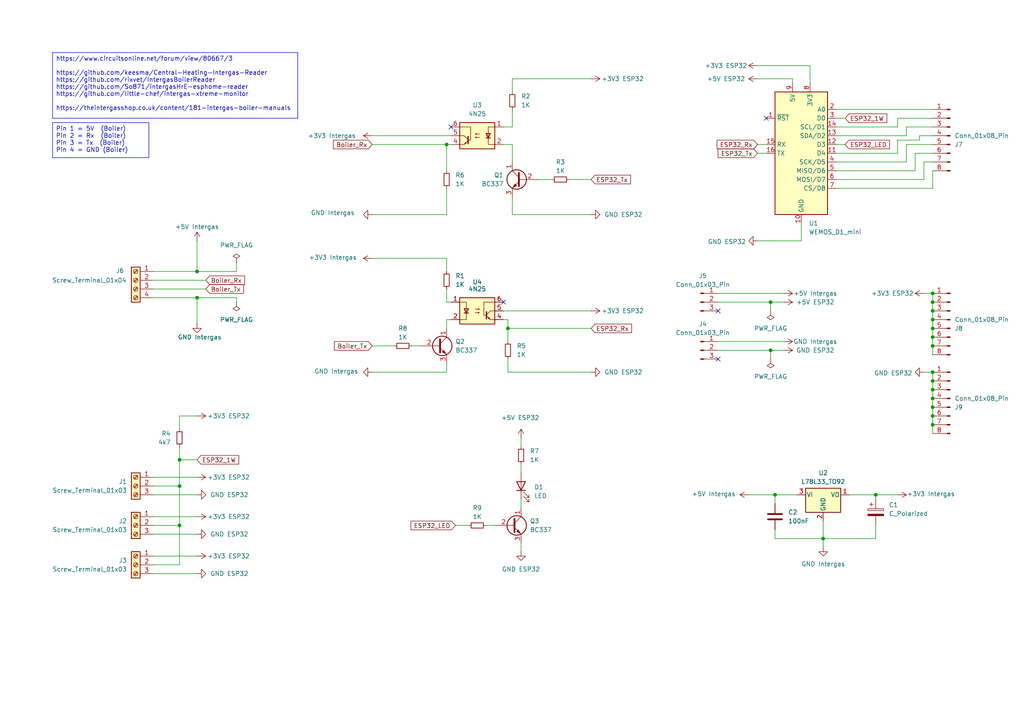
<source format=kicad_sch>
(kicad_sch (version 20231120) (generator "eeschema") (generator_version "8.0")
  (paper "A4")
  (lib_symbols
    (symbol "Connector:Conn_01x03_Pin" (pin_names (offset 1.016) hide)
      (property "Reference" "J" (at 0 5.08 0))
      (property "Value" "Conn_01x03_Pin" (at 0 -5.08 0))
      (symbol "Conn_01x03_Pin_1_1"
        (polyline (pts (xy 1.27 -2.54) (xy 0.8636 -2.54)) (stroke (width 0.1524)))
        (polyline (pts (xy 1.27 0) (xy 0.8636 0)) (stroke (width 0.1524)))
        (polyline (pts (xy 1.27 2.54) (xy 0.8636 2.54)) (stroke (width 0.1524)))
        (rectangle (start 0.8636 -2.413) (end 0 -2.667) (stroke (width 0.1524)) (fill (type outline)))
        (rectangle (start 0.8636 0.127) (end 0 -0.127) (stroke (width 0.1524)) (fill (type outline)))
        (rectangle (start 0.8636 2.667) (end 0 2.413) (stroke (width 0.1524)) (fill (type outline)))
        (pin passive line (at 5.08 2.54 180) (length 3.81) (name "Pin_1") (number "1"))
        (pin passive line (at 5.08 0 180) (length 3.81) (name "Pin_2") (number "2"))
        (pin passive line (at 5.08 -2.54 180) (length 3.81) (name "Pin_3") (number "3"))
      )
    )
    (symbol "Connector:Conn_01x08_Pin" (pin_names (offset 1.016) hide)
      (property "Reference" "J" (at 0 10.16 0))
      (property "Value" "Conn_01x08_Pin" (at 0 -12.7 0))
      (symbol "Conn_01x08_Pin_1_1"
        (polyline (pts (xy 1.27 -10.16) (xy 0.8636 -10.16)) (stroke (width 0.1524)))
        (polyline (pts (xy 1.27 -7.62) (xy 0.8636 -7.62)) (stroke (width 0.1524)))
        (polyline (pts (xy 1.27 -5.08) (xy 0.8636 -5.08)) (stroke (width 0.1524)))
        (polyline (pts (xy 1.27 -2.54) (xy 0.8636 -2.54)) (stroke (width 0.1524)))
        (polyline (pts (xy 1.27 0) (xy 0.8636 0)) (stroke (width 0.1524)))
        (polyline (pts (xy 1.27 2.54) (xy 0.8636 2.54)) (stroke (width 0.1524)))
        (polyline (pts (xy 1.27 5.08) (xy 0.8636 5.08)) (stroke (width 0.1524)))
        (polyline (pts (xy 1.27 7.62) (xy 0.8636 7.62)) (stroke (width 0.1524)))
        (rectangle (start 0.8636 -10.033) (end 0 -10.287) (stroke (width 0.1524)) (fill (type outline)))
        (rectangle (start 0.8636 -7.493) (end 0 -7.747) (stroke (width 0.1524)) (fill (type outline)))
        (rectangle (start 0.8636 -4.953) (end 0 -5.207) (stroke (width 0.1524)) (fill (type outline)))
        (rectangle (start 0.8636 -2.413) (end 0 -2.667) (stroke (width 0.1524)) (fill (type outline)))
        (rectangle (start 0.8636 0.127) (end 0 -0.127) (stroke (width 0.1524)) (fill (type outline)))
        (rectangle (start 0.8636 2.667) (end 0 2.413) (stroke (width 0.1524)) (fill (type outline)))
        (rectangle (start 0.8636 5.207) (end 0 4.953) (stroke (width 0.1524)) (fill (type outline)))
        (rectangle (start 0.8636 7.747) (end 0 7.493) (stroke (width 0.1524)) (fill (type outline)))
        (pin passive line (at 5.08 7.62 180) (length 3.81) (name "Pin_1") (number "1"))
        (pin passive line (at 5.08 5.08 180) (length 3.81) (name "Pin_2") (number "2"))
        (pin passive line (at 5.08 2.54 180) (length 3.81) (name "Pin_3") (number "3"))
        (pin passive line (at 5.08 0 180) (length 3.81) (name "Pin_4") (number "4"))
        (pin passive line (at 5.08 -2.54 180) (length 3.81) (name "Pin_5") (number "5"))
        (pin passive line (at 5.08 -5.08 180) (length 3.81) (name "Pin_6") (number "6"))
        (pin passive line (at 5.08 -7.62 180) (length 3.81) (name "Pin_7") (number "7"))
        (pin passive line (at 5.08 -10.16 180) (length 3.81) (name "Pin_8") (number "8"))
      )
    )
    (symbol "Connector:Screw_Terminal_01x03" (pin_names (offset 1.016) hide)
      (property "Reference" "J" (at 0 5.08 0))
      (property "Value" "Screw_Terminal_01x03" (at 0 -5.08 0))
      (symbol "Screw_Terminal_01x03_1_1"
        (rectangle (start -1.27 3.81) (end 1.27 -3.81) (stroke (width 0.254)) (fill (type background)))
        (circle (center 0 -2.54) (radius 0.635) (stroke (width 0.1524)))
        (polyline (pts (xy -0.5334 -2.2098) (xy 0.3302 -3.048)) (stroke (width 0.1524)))
        (polyline (pts (xy -0.5334 0.3302) (xy 0.3302 -0.508)) (stroke (width 0.1524)))
        (polyline (pts (xy -0.5334 2.8702) (xy 0.3302 2.032)) (stroke (width 0.1524)))
        (polyline (pts (xy -0.3556 -2.032) (xy 0.508 -2.8702)) (stroke (width 0.1524)))
        (polyline (pts (xy -0.3556 0.508) (xy 0.508 -0.3302)) (stroke (width 0.1524)))
        (polyline (pts (xy -0.3556 3.048) (xy 0.508 2.2098)) (stroke (width 0.1524)))
        (circle (center 0 0) (radius 0.635) (stroke (width 0.1524)))
        (circle (center 0 2.54) (radius 0.635) (stroke (width 0.1524)))
        (pin passive line (at -5.08 2.54 0) (length 3.81) (name "Pin_1") (number "1"))
        (pin passive line (at -5.08 0 0) (length 3.81) (name "Pin_2") (number "2"))
        (pin passive line (at -5.08 -2.54 0) (length 3.81) (name "Pin_3") (number "3"))
      )
    )
    (symbol "Connector:Screw_Terminal_01x04" (pin_names (offset 1.016) hide)
      (property "Reference" "J" (at 0 5.08 0))
      (property "Value" "Screw_Terminal_01x04" (at 0 -7.62 0))
      (symbol "Screw_Terminal_01x04_1_1"
        (rectangle (start -1.27 3.81) (end 1.27 -6.35) (stroke (width 0.254)) (fill (type background)))
        (circle (center 0 -5.08) (radius 0.635) (stroke (width 0.1524)))
        (circle (center 0 -2.54) (radius 0.635) (stroke (width 0.1524)))
        (polyline (pts (xy -0.5334 -4.7498) (xy 0.3302 -5.588)) (stroke (width 0.1524)))
        (polyline (pts (xy -0.5334 -2.2098) (xy 0.3302 -3.048)) (stroke (width 0.1524)))
        (polyline (pts (xy -0.5334 0.3302) (xy 0.3302 -0.508)) (stroke (width 0.1524)))
        (polyline (pts (xy -0.5334 2.8702) (xy 0.3302 2.032)) (stroke (width 0.1524)))
        (polyline (pts (xy -0.3556 -4.572) (xy 0.508 -5.4102)) (stroke (width 0.1524)))
        (polyline (pts (xy -0.3556 -2.032) (xy 0.508 -2.8702)) (stroke (width 0.1524)))
        (polyline (pts (xy -0.3556 0.508) (xy 0.508 -0.3302)) (stroke (width 0.1524)))
        (polyline (pts (xy -0.3556 3.048) (xy 0.508 2.2098)) (stroke (width 0.1524)))
        (circle (center 0 0) (radius 0.635) (stroke (width 0.1524)))
        (circle (center 0 2.54) (radius 0.635) (stroke (width 0.1524)))
        (pin passive line (at -5.08 2.54 0) (length 3.81) (name "Pin_1") (number "1"))
        (pin passive line (at -5.08 0 0) (length 3.81) (name "Pin_2") (number "2"))
        (pin passive line (at -5.08 -2.54 0) (length 3.81) (name "Pin_3") (number "3"))
        (pin passive line (at -5.08 -5.08 0) (length 3.81) (name "Pin_4") (number "4"))
      )
    )
    (symbol "Device:C" (pin_numbers hide) (pin_names (offset 0.254))
      (property "Reference" "C" (at 0.635 2.54 0))
      (property "Value" "C" (at 0.635 -2.54 0))
      (symbol "C_0_1"
        (polyline (pts (xy -2.032 -0.762) (xy 2.032 -0.762)) (stroke (width 0.508)))
        (polyline (pts (xy -2.032 0.762) (xy 2.032 0.762)) (stroke (width 0.508)))
      )
      (symbol "C_1_1"
        (pin passive line (at 0 3.81 270) (length 2.794) (name "~") (number "1"))
        (pin passive line (at 0 -3.81 90) (length 2.794) (name "~") (number "2"))
      )
    )
    (symbol "Device:C_Polarized" (pin_numbers hide) (pin_names (offset 0.254))
      (property "Reference" "C" (at 0.635 2.54 0))
      (property "Value" "C_Polarized" (at 0.635 -2.54 0))
      (symbol "C_Polarized_0_1"
        (rectangle (start -2.286 0.508) (end 2.286 1.016))
        (polyline (pts (xy -1.778 2.286) (xy -0.762 2.286)))
        (polyline (pts (xy -1.27 2.794) (xy -1.27 1.778)))
        (rectangle (start 2.286 -0.508) (end -2.286 -1.016) (fill (type outline)))
      )
      (symbol "C_Polarized_1_1"
        (pin passive line (at 0 3.81 270) (length 2.794) (name "~") (number "1"))
        (pin passive line (at 0 -3.81 90) (length 2.794) (name "~") (number "2"))
      )
    )
    (symbol "Device:LED" (pin_numbers hide) (pin_names (offset 1.016) hide)
      (property "Reference" "D" (at 0 2.54 0))
      (property "Value" "LED" (at 0 -2.54 0))
      (symbol "LED_0_1"
        (polyline (pts (xy -1.27 -1.27) (xy -1.27 1.27)) (stroke (width 0.254)))
        (polyline (pts (xy -1.27 0) (xy 1.27 0)))
        (polyline (pts (xy 1.27 -1.27) (xy 1.27 1.27) (xy -1.27 0) (xy 1.27 -1.27)) (stroke (width 0.254)))
        (polyline (pts (xy -3.048 -0.762) (xy -4.572 -2.286) (xy -3.81 -2.286) (xy -4.572 -2.286) (xy -4.572 -1.524)))
        (polyline (pts (xy -1.778 -0.762) (xy -3.302 -2.286) (xy -2.54 -2.286) (xy -3.302 -2.286) (xy -3.302 -1.524)))
      )
      (symbol "LED_1_1"
        (pin passive line (at -3.81 0 0) (length 2.54) (name "K") (number "1"))
        (pin passive line (at 3.81 0 180) (length 2.54) (name "A") (number "2"))
      )
    )
    (symbol "Device:R_Small" (pin_numbers hide) (pin_names (offset 0.254) hide)
      (property "Reference" "R" (at 0.762 0.508 0))
      (property "Value" "R_Small" (at 0.762 -1.016 0))
      (symbol "R_Small_0_1"
        (rectangle (start -0.762 1.778) (end 0.762 -1.778) (stroke (width 0.2032)))
      )
      (symbol "R_Small_1_1"
        (pin passive line (at 0 2.54 270) (length 0.762) (name "~") (number "1"))
        (pin passive line (at 0 -2.54 90) (length 0.762) (name "~") (number "2"))
      )
    )
    (symbol "Isolator:4N25" (pin_names (offset 1.016))
      (property "Reference" "U" (at -5.08 5.08 0))
      (property "Value" "4N25" (at 0 5.08 0))
      (symbol "4N25_0_1"
        (rectangle (start -5.08 3.81) (end 5.08 -3.81) (stroke (width 0.254)) (fill (type background)))
        (polyline (pts (xy -3.81 -0.635) (xy -2.54 -0.635)) (stroke (width 0.254)))
        (polyline (pts (xy 2.667 -1.397) (xy 3.81 -2.54)))
        (polyline (pts (xy 2.667 -1.143) (xy 3.81 0)))
        (polyline (pts (xy 3.81 -2.54) (xy 5.08 -2.54)))
        (polyline (pts (xy 3.81 0) (xy 5.08 0)))
        (polyline (pts (xy 2.667 -0.254) (xy 2.667 -2.286) (xy 2.667 -2.286)) (stroke (width 0.3556)))
        (polyline (pts (xy -5.08 -2.54) (xy -3.175 -2.54) (xy -3.175 2.54) (xy -5.08 2.54)))
        (polyline (pts (xy -3.175 -0.635) (xy -3.81 0.635) (xy -2.54 0.635) (xy -3.175 -0.635)) (stroke (width 0.254)))
        (polyline (pts (xy 3.683 -2.413) (xy 3.429 -1.905) (xy 3.175 -2.159) (xy 3.683 -2.413)))
        (polyline (pts (xy 5.08 2.54) (xy 1.905 2.54) (xy 1.905 -1.27) (xy 2.54 -1.27)))
        (polyline (pts (xy -0.635 -0.508) (xy 0.635 -0.508) (xy 0.254 -0.635) (xy 0.254 -0.381) (xy 0.635 -0.508)))
        (polyline (pts (xy -0.635 0.508) (xy 0.635 0.508) (xy 0.254 0.381) (xy 0.254 0.635) (xy 0.635 0.508)))
      )
      (symbol "4N25_1_1"
        (pin passive line (at -7.62 2.54 0) (length 2.54) (name "~") (number "1"))
        (pin passive line (at -7.62 -2.54 0) (length 2.54) (name "~") (number "2"))
        (pin no_connect line (at -5.08 0 0) (length 2.54) hide (name "NC") (number "3"))
        (pin passive line (at 7.62 -2.54 180) (length 2.54) (name "~") (number "4"))
        (pin passive line (at 7.62 0 180) (length 2.54) (name "~") (number "5"))
        (pin passive line (at 7.62 2.54 180) (length 2.54) (name "~") (number "6"))
      )
    )
    (symbol "RF_Module:WEMOS_D1_mini"
      (property "Reference" "U" (at 3.81 19.05 0))
      (property "Value" "WEMOS_D1_mini" (at 1.27 -19.05 0))
      (symbol "WEMOS_D1_mini_1_1"
        (rectangle (start -7.62 17.78) (end 7.62 -17.78) (stroke (width 0.254)) (fill (type background)))
        (pin input line (at -10.16 10.16 0) (length 2.54) (name "~{RST}") (number "1"))
        (pin power_in line (at 0 -20.32 90) (length 2.54) (name "GND") (number "10"))
        (pin bidirectional line (at 10.16 0 180) (length 2.54) (name "D4") (number "11"))
        (pin bidirectional line (at 10.16 2.54 180) (length 2.54) (name "D3") (number "12"))
        (pin bidirectional line (at 10.16 5.08 180) (length 2.54) (name "SDA/D2") (number "13"))
        (pin bidirectional line (at 10.16 7.62 180) (length 2.54) (name "SCL/D1") (number "14"))
        (pin input line (at -10.16 2.54 0) (length 2.54) (name "RX") (number "15"))
        (pin output line (at -10.16 0 0) (length 2.54) (name "TX") (number "16"))
        (pin input line (at 10.16 12.7 180) (length 2.54) (name "A0") (number "2"))
        (pin bidirectional line (at 10.16 10.16 180) (length 2.54) (name "D0") (number "3"))
        (pin bidirectional line (at 10.16 -2.54 180) (length 2.54) (name "SCK/D5") (number "4"))
        (pin bidirectional line (at 10.16 -5.08 180) (length 2.54) (name "MISO/D6") (number "5"))
        (pin bidirectional line (at 10.16 -7.62 180) (length 2.54) (name "MOSI/D7") (number "6"))
        (pin bidirectional line (at 10.16 -10.16 180) (length 2.54) (name "CS/D8") (number "7"))
        (pin power_out line (at 2.54 20.32 270) (length 2.54) (name "3V3") (number "8"))
        (pin power_in line (at -2.54 20.32 270) (length 2.54) (name "5V") (number "9"))
      )
    )
    (symbol "Regulator_Linear:L78L33_TO92" (pin_names (offset 0.254))
      (property "Reference" "U" (at -3.81 3.175 0))
      (property "Value" "L78L33_TO92" (at 0 3.175 0))
      (symbol "L78L33_TO92_0_1"
        (rectangle (start -5.08 -5.08) (end 5.08 1.905) (stroke (width 0.254)) (fill (type background)))
      )
      (symbol "L78L33_TO92_1_1"
        (pin power_out line (at 7.62 0 180) (length 2.54) (name "VO") (number "1"))
        (pin power_in line (at 0 -7.62 90) (length 2.54) (name "GND") (number "2"))
        (pin power_in line (at -7.62 0 0) (length 2.54) (name "VI") (number "3"))
      )
    )
    (symbol "Transistor_BJT:BC337" (pin_names (offset 0) hide)
      (property "Reference" "Q" (at 5.08 1.905 0))
      (property "Value" "BC337" (at 5.08 0 0))
      (symbol "BC337_0_1"
        (polyline (pts (xy 0 0) (xy 0.635 0)))
        (polyline (pts (xy 0.635 0.635) (xy 2.54 2.54)))
        (polyline (pts (xy 0.635 -0.635) (xy 2.54 -2.54) (xy 2.54 -2.54)))
        (polyline (pts (xy 0.635 1.905) (xy 0.635 -1.905) (xy 0.635 -1.905)) (stroke (width 0.508)))
        (polyline (pts (xy 1.27 -1.778) (xy 1.778 -1.27) (xy 2.286 -2.286) (xy 1.27 -1.778) (xy 1.27 -1.778)) (fill (type outline)))
        (circle (center 1.27 0) (radius 2.8194) (stroke (width 0.254)))
      )
      (symbol "BC337_1_1"
        (pin passive line (at 2.54 5.08 270) (length 2.54) (name "C") (number "1"))
        (pin input line (at -5.08 0 0) (length 5.08) (name "B") (number "2"))
        (pin passive line (at 2.54 -5.08 90) (length 2.54) (name "E") (number "3"))
      )
    )
    (symbol "power:+5V" (power) (pin_numbers hide) (pin_names (offset 0) hide)
      (property "Value" "+5V" (at 0 3.556 0))
      (symbol "+5V_0_1"
        (polyline (pts (xy -0.762 1.27) (xy 0 2.54)))
        (polyline (pts (xy 0 0) (xy 0 2.54)))
        (polyline (pts (xy 0 2.54) (xy 0.762 1.27)))
      )
      (symbol "+5V_1_1"
        (pin power_in line (at 0 0 90) (length 0) (name "~") (number "1"))
      )
    )
    (symbol "power:GND1" (power) (pin_numbers hide) (pin_names (offset 0) hide)
      (property "Value" "GND1" (at 0 -3.81 0))
      (symbol "GND1_0_1"
        (polyline (pts (xy 0 0) (xy 0 -1.27) (xy 1.27 -1.27) (xy 0 -2.54) (xy -1.27 -1.27) (xy 0 -1.27)))
      )
      (symbol "GND1_1_1"
        (pin power_in line (at 0 0 270) (length 0) (name "~") (number "1"))
      )
    )
    (symbol "power:PWR_FLAG" (power) (pin_numbers hide) (pin_names (offset 0) hide)
      (property "Value" "PWR_FLAG" (at 0 3.81 0))
      (symbol "PWR_FLAG_0_0"
        (pin power_out line (at 0 0 90) (length 0) (name "~") (number "1"))
      )
      (symbol "PWR_FLAG_0_1"
        (polyline (pts (xy 0 0) (xy 0 1.27) (xy -1.016 1.905) (xy 0 2.54) (xy 1.016 1.905) (xy 0 1.27)))
      )
    )
  )
  (junction (at 223.52 87.63))
  (junction (at 270.51 107.95))
  (junction (at 57.15 78.74))
  (junction (at 129.54 41.91))
  (junction (at 254 143.51))
  (junction (at 270.51 123.19))
  (junction (at 223.52 101.6))
  (junction (at 270.51 120.65))
  (junction (at 270.51 90.17))
  (junction (at 270.51 87.63))
  (junction (at 52.07 140.97))
  (junction (at 270.51 113.03))
  (junction (at 52.07 133.35))
  (junction (at 238.76 156.21))
  (junction (at 57.15 86.36))
  (junction (at 270.51 115.57))
  (junction (at 147.32 95.25))
  (junction (at 52.07 152.4))
  (junction (at 270.51 95.25))
  (junction (at 270.51 100.33))
  (junction (at 270.51 92.71))
  (junction (at 270.51 110.49))
  (junction (at 224.79 143.51))
  (junction (at 270.51 97.79))
  (junction (at 270.51 118.11))
  (junction (at 270.51 85.09))
  (no_connect (at 222.25 34.29))
  (no_connect (at 208.28 90.17))
  (no_connect (at 146.05 87.63))
  (no_connect (at 130.81 36.83))
  (no_connect (at 208.28 104.14))
  (wire (pts (xy 270.51 118.11) (xy 270.51 120.65)))
  (wire (pts (xy 57.15 161.29) (xy 44.45 161.29)))
  (wire (pts (xy 208.28 101.6) (xy 223.52 101.6)))
  (wire (pts (xy 148.59 36.83) (xy 146.05 36.83)))
  (wire (pts (xy 146.05 90.17) (xy 171.45 90.17)))
  (wire (pts (xy 57.15 93.98) (xy 57.15 86.36)))
  (wire (pts (xy 147.32 95.25) (xy 171.45 95.25)))
  (wire (pts (xy 129.54 41.91) (xy 129.54 49.53)))
  (wire (pts (xy 224.79 153.67) (xy 224.79 156.21)))
  (wire (pts (xy 238.76 151.13) (xy 238.76 156.21)))
  (wire (pts (xy 107.95 39.37) (xy 130.81 39.37)))
  (wire (pts (xy 270.51 107.95) (xy 270.51 110.49)))
  (wire (pts (xy 208.28 87.63) (xy 223.52 87.63)))
  (wire (pts (xy 270.51 87.63) (xy 270.51 85.09)))
  (wire (pts (xy 270.51 100.33) (xy 270.51 97.79)))
  (wire (pts (xy 254 143.51) (xy 260.35 143.51)))
  (wire (pts (xy 129.54 92.71) (xy 129.54 95.25)))
  (wire (pts (xy 242.57 41.91) (xy 245.11 41.91)))
  (wire (pts (xy 238.76 156.21) (xy 238.76 158.75)))
  (wire (pts (xy 254 156.21) (xy 238.76 156.21)))
  (wire (pts (xy 262.89 46.99) (xy 262.89 41.91)))
  (wire (pts (xy 242.57 54.61) (xy 270.51 54.61)))
  (wire (pts (xy 229.87 22.86) (xy 229.87 24.13)))
  (wire (pts (xy 148.59 22.86) (xy 148.59 26.67)))
  (wire (pts (xy 57.15 143.51) (xy 44.45 143.51)))
  (wire (pts (xy 57.15 133.35) (xy 52.07 133.35)))
  (wire (pts (xy 219.71 22.86) (xy 229.87 22.86)))
  (wire (pts (xy 208.28 85.09) (xy 227.33 85.09)))
  (wire (pts (xy 148.59 41.91) (xy 148.59 46.99)))
  (wire (pts (xy 234.95 19.05) (xy 234.95 24.13)))
  (wire (pts (xy 57.15 166.37) (xy 44.45 166.37)))
  (wire (pts (xy 270.51 123.19) (xy 270.51 125.73)))
  (wire (pts (xy 68.58 86.36) (xy 68.58 87.63)))
  (wire (pts (xy 270.51 113.03) (xy 270.51 115.57)))
  (wire (pts (xy 129.54 74.93) (xy 129.54 78.74)))
  (wire (pts (xy 270.51 102.87) (xy 270.51 100.33)))
  (wire (pts (xy 171.45 62.23) (xy 148.59 62.23)))
  (wire (pts (xy 52.07 140.97) (xy 44.45 140.97)))
  (wire (pts (xy 234.95 19.05) (xy 219.71 19.05)))
  (wire (pts (xy 242.57 52.07) (xy 267.97 52.07)))
  (wire (pts (xy 57.15 120.65) (xy 52.07 120.65)))
  (wire (pts (xy 270.51 85.09) (xy 271.78 85.09)))
  (wire (pts (xy 171.45 22.86) (xy 148.59 22.86)))
  (wire (pts (xy 265.43 44.45) (xy 270.51 44.45)))
  (wire (pts (xy 242.57 39.37) (xy 262.89 39.37)))
  (wire (pts (xy 223.52 87.63) (xy 227.33 87.63)))
  (wire (pts (xy 266.7 39.37) (xy 270.51 39.37)))
  (wire (pts (xy 129.54 54.61) (xy 129.54 62.23)))
  (wire (pts (xy 242.57 46.99) (xy 262.89 46.99)))
  (wire (pts (xy 254 144.78) (xy 254 143.51)))
  (wire (pts (xy 130.81 41.91) (xy 129.54 41.91)))
  (wire (pts (xy 44.45 86.36) (xy 57.15 86.36)))
  (wire (pts (xy 224.79 143.51) (xy 231.14 143.51)))
  (wire (pts (xy 270.51 54.61) (xy 270.51 49.53)))
  (wire (pts (xy 270.51 97.79) (xy 270.51 95.25)))
  (wire (pts (xy 242.57 49.53) (xy 265.43 49.53)))
  (wire (pts (xy 147.32 107.95) (xy 171.45 107.95)))
  (wire (pts (xy 270.51 90.17) (xy 270.51 87.63)))
  (wire (pts (xy 270.51 120.65) (xy 270.51 123.19)))
  (wire (pts (xy 129.54 83.82) (xy 129.54 87.63)))
  (wire (pts (xy 208.28 99.06) (xy 227.33 99.06)))
  (wire (pts (xy 223.52 101.6) (xy 223.52 104.14)))
  (wire (pts (xy 132.08 152.4) (xy 135.89 152.4)))
  (wire (pts (xy 242.57 44.45) (xy 260.35 44.45)))
  (wire (pts (xy 57.15 86.36) (xy 68.58 86.36)))
  (wire (pts (xy 52.07 129.54) (xy 52.07 133.35)))
  (wire (pts (xy 165.1 52.07) (xy 171.45 52.07)))
  (wire (pts (xy 224.79 143.51) (xy 224.79 146.05)))
  (wire (pts (xy 147.32 95.25) (xy 147.32 99.06)))
  (wire (pts (xy 223.52 101.6) (xy 227.33 101.6)))
  (wire (pts (xy 68.58 76.2) (xy 68.58 78.74)))
  (wire (pts (xy 147.32 92.71) (xy 147.32 95.25)))
  (wire (pts (xy 129.54 105.41) (xy 129.54 107.95)))
  (wire (pts (xy 265.43 49.53) (xy 265.43 44.45)))
  (wire (pts (xy 130.81 92.71) (xy 129.54 92.71)))
  (wire (pts (xy 57.15 154.94) (xy 44.45 154.94)))
  (wire (pts (xy 224.79 156.21) (xy 238.76 156.21)))
  (wire (pts (xy 57.15 138.43) (xy 44.45 138.43)))
  (wire (pts (xy 119.38 100.33) (xy 121.92 100.33)))
  (wire (pts (xy 107.95 41.91) (xy 129.54 41.91)))
  (wire (pts (xy 260.35 34.29) (xy 260.35 36.83)))
  (wire (pts (xy 262.89 41.91) (xy 270.51 41.91)))
  (wire (pts (xy 217.17 143.51) (xy 224.79 143.51)))
  (wire (pts (xy 223.52 87.63) (xy 223.52 90.17)))
  (wire (pts (xy 242.57 34.29) (xy 245.11 34.29)))
  (wire (pts (xy 267.97 107.95) (xy 270.51 107.95)))
  (wire (pts (xy 254 152.4) (xy 254 156.21)))
  (wire (pts (xy 270.51 110.49) (xy 270.51 113.03)))
  (wire (pts (xy 270.51 115.57) (xy 270.51 118.11)))
  (wire (pts (xy 44.45 83.82) (xy 59.69 83.82)))
  (wire (pts (xy 151.13 157.48) (xy 151.13 160.02)))
  (wire (pts (xy 148.59 62.23) (xy 148.59 57.15)))
  (wire (pts (xy 242.57 31.75) (xy 270.51 31.75)))
  (wire (pts (xy 147.32 92.71) (xy 146.05 92.71)))
  (wire (pts (xy 52.07 140.97) (xy 52.07 152.4)))
  (wire (pts (xy 52.07 120.65) (xy 52.07 124.46)))
  (wire (pts (xy 57.15 149.86) (xy 44.45 149.86)))
  (wire (pts (xy 151.13 144.78) (xy 151.13 147.32)))
  (wire (pts (xy 52.07 163.83) (xy 44.45 163.83)))
  (wire (pts (xy 129.54 87.63) (xy 130.81 87.63)))
  (wire (pts (xy 57.15 78.74) (xy 44.45 78.74)))
  (wire (pts (xy 219.71 44.45) (xy 222.25 44.45)))
  (wire (pts (xy 151.13 127) (xy 151.13 129.54)))
  (wire (pts (xy 52.07 152.4) (xy 44.45 152.4)))
  (wire (pts (xy 147.32 104.14) (xy 147.32 107.95)))
  (wire (pts (xy 267.97 52.07) (xy 267.97 46.99)))
  (wire (pts (xy 270.51 92.71) (xy 270.51 90.17)))
  (wire (pts (xy 57.15 78.74) (xy 68.58 78.74)))
  (wire (pts (xy 266.7 40.64) (xy 266.7 39.37)))
  (wire (pts (xy 219.71 69.85) (xy 232.41 69.85)))
  (wire (pts (xy 107.95 62.23) (xy 129.54 62.23)))
  (wire (pts (xy 52.07 152.4) (xy 52.07 163.83)))
  (wire (pts (xy 260.35 40.64) (xy 266.7 40.64)))
  (wire (pts (xy 44.45 81.28) (xy 59.69 81.28)))
  (wire (pts (xy 151.13 134.62) (xy 151.13 137.16)))
  (wire (pts (xy 156.21 52.07) (xy 160.02 52.07)))
  (wire (pts (xy 148.59 31.75) (xy 148.59 36.83)))
  (wire (pts (xy 129.54 74.93) (xy 107.95 74.93)))
  (wire (pts (xy 260.35 44.45) (xy 260.35 40.64)))
  (wire (pts (xy 267.97 46.99) (xy 270.51 46.99)))
  (wire (pts (xy 140.97 152.4) (xy 143.51 152.4)))
  (wire (pts (xy 52.07 133.35) (xy 52.07 140.97)))
  (wire (pts (xy 246.38 143.51) (xy 254 143.51)))
  (wire (pts (xy 219.71 41.91) (xy 222.25 41.91)))
  (wire (pts (xy 232.41 64.77) (xy 232.41 69.85)))
  (wire (pts (xy 270.51 34.29) (xy 260.35 34.29)))
  (wire (pts (xy 148.59 41.91) (xy 146.05 41.91)))
  (wire (pts (xy 57.15 69.85) (xy 57.15 78.74)))
  (wire (pts (xy 270.51 95.25) (xy 270.51 92.71)))
  (wire (pts (xy 107.95 107.95) (xy 129.54 107.95)))
  (wire (pts (xy 267.97 85.09) (xy 270.51 85.09)))
  (wire (pts (xy 270.51 36.83) (xy 262.89 36.83)))
  (wire (pts (xy 262.89 36.83) (xy 262.89 39.37)))
  (wire (pts (xy 242.57 36.83) (xy 260.35 36.83)))
  (wire (pts (xy 107.95 100.33) (xy 114.3 100.33)))
  (text_box "Pin 1 = 5V  (Boiler)\nPin 2 = Rx  (Boiler)\nPin 3 = Tx  (Boiler)\nPin 4 = GND (Boiler)" (at 15.24 35.56 0) (size 27.94 10.16) (fill (type color)) (effects (font (size 1.27 1.27)) (justify left top)))
  (text_box "https://www.circuitsonline.net/forum/view/80667/3\n\nhttps://github.com/keesma/Central-Heating-Intergas-Reader\nhttps://github.com/rixvet/IntergasBoilerReader\nhttps://github.com/So871/intergasHrE-esphome-reader\nhttps://github.com/little-chef/intergas-xtreme-monitor\n\nhttps://theintergasshop.co.uk/content/181-intergas-boiler-manuals" (at 15.24 15.24 0) (size 71.12 19.05) (fill (type color)) (effects (font (size 1.27 1.27)) (justify left top)))
  (global_label "ESP32_Tx" (shape input) (at 219.71 44.45 180) (property "Intersheetrefs" "${INTERSHEET_REFS}" (effects (hide yes))))
  (global_label "Boiler_Rx" (shape input) (at 107.95 41.91 180) (property "Intersheetrefs" "${INTERSHEET_REFS}" (effects (hide yes))))
  (global_label "ESP32_Rx" (shape input) (at 171.45 95.25 0) (property "Intersheetrefs" "${INTERSHEET_REFS}" (effects (hide yes))))
  (global_label "Boiler_Tx" (shape input) (at 107.95 100.33 180) (property "Intersheetrefs" "${INTERSHEET_REFS}" (effects (hide yes))))
  (global_label "ESP32_Rx" (shape input) (at 219.71 41.91 180) (property "Intersheetrefs" "${INTERSHEET_REFS}" (effects (hide yes))))
  (global_label "ESP32_LED" (shape input) (at 245.11 41.91 0) (property "Intersheetrefs" "${INTERSHEET_REFS}" (effects (hide yes))))
  (global_label "ESP32_Tx" (shape input) (at 171.45 52.07 0) (property "Intersheetrefs" "${INTERSHEET_REFS}" (effects (hide yes))))
  (global_label "ESP32_1W" (shape input) (at 57.15 133.35 0) (property "Intersheetrefs" "${INTERSHEET_REFS}" (effects (hide yes))))
  (global_label "Boiler_Rx" (shape input) (at 59.69 81.28 0) (property "Intersheetrefs" "${INTERSHEET_REFS}" (effects (hide yes))))
  (global_label "ESP32_LED" (shape input) (at 132.08 152.4 180) (property "Intersheetrefs" "${INTERSHEET_REFS}" (effects (hide yes))))
  (global_label "ESP32_1W" (shape input) (at 245.11 34.29 0) (property "Intersheetrefs" "${INTERSHEET_REFS}" (effects (hide yes))))
  (global_label "Boiler_Tx" (shape input) (at 59.69 83.82 0) (property "Intersheetrefs" "${INTERSHEET_REFS}" (effects (hide yes))))
  (symbol (lib_id "Device:R_Small") (at 147.32 101.6 180) (unit 1)
    (property "Reference" "R5" (at 149.86 100.3299 0) (effects (justify right)))
    (property "Value" "1K" (at 149.86 102.8699 0) (effects (justify right)))
    (property "Footprint" "Resistor_THT:R_Axial_DIN0207_L6.3mm_D2.5mm_P7.62mm_Horizontal" (effects (hide yes)))
    (property "Description" "Resistor, small symbol" (effects (hide yes)))
  )
  (symbol (lib_id "Connector:Screw_Terminal_01x03") (at 39.37 163.83 0) (mirror y) (unit 1)
    (property "Reference" "J3" (at 36.83 162.5599 0) (effects (justify left)))
    (property "Value" "Screw_Terminal_01x03" (at 36.83 165.0999 0) (effects (justify left)))
    (property "Footprint" "TerminalBlock_Altech:Altech_AK100_1x03_P5.00mm" (effects (hide yes)))
    (property "Description" "Generic screw terminal, single row, 01x03, script generated (kicad-library-utils/schlib/autogen/connector/)" (effects (hide yes)))
  )
  (symbol (lib_id "power:+5V") (at 227.33 85.09 270) (unit 1)
    (property "Reference" "#PWR013" (effects (hide yes)))
    (property "Value" "+5V Intergas" (at 236.474 85.09 90))
    (property "Description" "Power symbol creates a global label with name \"+5V\"" (effects (hide yes)))
  )
  (symbol (lib_id "power:+5V") (at 151.13 127 0) (unit 1)
    (property "Reference" "#PWR027" (effects (hide yes)))
    (property "Value" "+5V ESP32" (at 150.876 121.158 0))
    (property "Description" "Power symbol creates a global label with name \"+5V\"" (effects (hide yes)))
  )
  (symbol (lib_id "power:GND1") (at 171.45 107.95 90) (unit 1)
    (property "Reference" "#PWR09" (effects (hide yes)))
    (property "Value" "GND ESP32" (at 175.26 107.9499 90) (effects (justify right)))
    (property "Description" "Power symbol creates a global label with name \"GND1\" , ground" (effects (hide yes)))
  )
  (symbol (lib_id "power:GND1") (at 107.95 62.23 270) (unit 1)
    (property "Reference" "#PWR07" (effects (hide yes)))
    (property "Value" "GND Intergas" (at 96.52 61.722 90))
    (property "Description" "Power symbol creates a global label with name \"GND1\" , ground" (effects (hide yes)))
  )
  (symbol (lib_id "power:+5V") (at 57.15 138.43 270) (mirror x) (unit 1)
    (property "Reference" "#PWR020" (effects (hide yes)))
    (property "Value" "+3V3 ESP32" (at 66.294 138.43 90))
    (property "Description" "Power symbol creates a global label with name \"+5V\"" (effects (hide yes)))
  )
  (symbol (lib_id "Isolator:4N25") (at 138.43 39.37 0) (mirror y) (unit 1)
    (property "Reference" "U3" (at 138.43 30.48 0))
    (property "Value" "4N25" (at 138.43 33.02 0))
    (property "Footprint" "Package_DIP:DIP-6_W7.62mm" (effects (hide yes)))
    (property "Datasheet" "https://www.vishay.com/docs/83725/4n25.pdf" (effects (hide yes)))
    (property "Description" "DC Optocoupler Base Connected, Vce 30V, CTR 20%, Viso 2500V, DIP6" (effects (hide yes)))
  )
  (symbol (lib_id "power:+5V") (at 227.33 101.6 270) (unit 1)
    (property "Reference" "#PWR029" (effects (hide yes)))
    (property "Value" "GND ESP32" (at 236.474 101.6 90))
    (property "Description" "Power symbol creates a global label with name \"+5V\"" (effects (hide yes)))
  )
  (symbol (lib_id "power:+5V") (at 57.15 161.29 270) (mirror x) (unit 1)
    (property "Reference" "#PWR022" (effects (hide yes)))
    (property "Value" "+3V3 ESP32" (at 66.294 161.29 90))
    (property "Description" "Power symbol creates a global label with name \"+5V\"" (effects (hide yes)))
  )
  (symbol (lib_id "Transistor_BJT:BC337") (at 127 100.33 0) (unit 1)
    (property "Reference" "Q2" (at 132.08 99.0599 0) (effects (justify left)))
    (property "Value" "BC337" (at 132.08 101.5999 0) (effects (justify left)))
    (property "Footprint" "Package_TO_SOT_THT:TO-92_Inline" (effects (hide yes)))
    (property "Datasheet" "https://diotec.com/tl_files/diotec/files/pdf/datasheets/bc337.pdf" (effects (hide yes)))
    (property "Description" "0.8A Ic, 45V Vce, NPN Transistor, TO-92" (effects (hide yes)))
  )
  (symbol (lib_id "power:+5V") (at 227.33 87.63 270) (unit 1)
    (property "Reference" "#PWR014" (effects (hide yes)))
    (property "Value" "+5V ESP32" (at 236.474 87.63 90))
    (property "Description" "Power symbol creates a global label with name \"+5V\"" (effects (hide yes)))
  )
  (symbol (lib_id "Transistor_BJT:BC337") (at 151.13 52.07 0) (mirror y) (unit 1)
    (property "Reference" "Q1" (at 146.05 50.7999 0) (effects (justify left)))
    (property "Value" "BC337" (at 146.05 53.3399 0) (effects (justify left)))
    (property "Footprint" "Package_TO_SOT_THT:TO-92_Inline" (effects (hide yes)))
    (property "Datasheet" "https://diotec.com/tl_files/diotec/files/pdf/datasheets/bc337.pdf" (effects (hide yes)))
    (property "Description" "0.8A Ic, 45V Vce, NPN Transistor, TO-92" (effects (hide yes)))
  )
  (symbol (lib_id "Connector:Screw_Terminal_01x03") (at 39.37 152.4 0) (mirror y) (unit 1)
    (property "Reference" "J2" (at 36.83 151.1299 0) (effects (justify left)))
    (property "Value" "Screw_Terminal_01x03" (at 36.83 153.6699 0) (effects (justify left)))
    (property "Footprint" "TerminalBlock_Altech:Altech_AK100_1x03_P5.00mm" (effects (hide yes)))
    (property "Description" "Generic screw terminal, single row, 01x03, script generated (kicad-library-utils/schlib/autogen/connector/)" (effects (hide yes)))
  )
  (symbol (lib_id "Device:C_Polarized") (at 254 148.59 0) (unit 1)
    (property "Reference" "C1" (at 257.81 146.4309 0) (effects (justify left)))
    (property "Value" "C_Polarized" (at 257.81 148.9709 0) (effects (justify left)))
    (property "Description" "Polarized capacitor" (effects (hide yes)))
  )
  (symbol (lib_id "power:+5V") (at 260.35 143.51 270) (unit 1)
    (property "Reference" "#PWR05" (effects (hide yes)))
    (property "Value" "+3V3 Intergas" (at 270.002 143.256 90))
    (property "Description" "Power symbol creates a global label with name \"+5V\"" (effects (hide yes)))
  )
  (symbol (lib_id "RF_Module:WEMOS_D1_mini") (at 232.41 44.45 0) (unit 1)
    (property "Reference" "U1" (at 234.6041 64.77 0) (effects (justify left)))
    (property "Value" "WEMOS_D1_mini" (at 234.6041 67.31 0) (effects (justify left)))
    (property "Footprint" "RF_Module:WEMOS_D1_mini_light" (effects (hide yes)))
    (property "Datasheet" "https://wiki.wemos.cc/products:d1:d1_mini#documentation" (effects (hide yes)))
    (property "Description" "32-bit microcontroller module with WiFi" (effects (hide yes)))
  )
  (symbol (lib_id "power:GND1") (at 107.95 107.95 270) (unit 1)
    (property "Reference" "#PWR08" (effects (hide yes)))
    (property "Value" "GND Intergas" (at 97.536 107.696 90))
    (property "Description" "Power symbol creates a global label with name \"GND1\" , ground" (effects (hide yes)))
  )
  (symbol (lib_id "Connector:Conn_01x08_Pin") (at 275.59 115.57 0) (mirror y) (unit 1)
    (property "Reference" "J9" (at 276.86 118.1101 0) (effects (justify right)))
    (property "Value" "Conn_01x08_Pin" (at 276.86 115.5701 0) (effects (justify right)))
    (property "Footprint" "Connector_PinHeader_1.00mm:PinHeader_1x0`8_P1.00mm_Vertical" (effects (hide yes)))
    (property "Description" "Generic connector, single row, 01x08, script generated" (effects (hide yes)))
  )
  (symbol (lib_id "power:GND1") (at 267.97 107.95 270) (unit 1)
    (property "Reference" "#PWR030" (effects (hide yes)))
    (property "Value" "GND ESP32" (at 259.08 108.204 90))
    (property "Description" "Power symbol creates a global label with name \"GND1\" , ground" (effects (hide yes)))
  )
  (symbol (lib_id "power:PWR_FLAG") (at 223.52 90.17 180) (unit 1)
    (property "Reference" "#FLG03" (effects (hide yes)))
    (property "Value" "PWR_FLAG" (at 223.52 95.25 0))
    (property "Description" "Special symbol for telling ERC where power comes from" (effects (hide yes)))
  )
  (symbol (lib_id "power:+5V") (at 219.71 22.86 90) (unit 1)
    (property "Reference" "#PWR015" (effects (hide yes)))
    (property "Value" "+5V ESP32" (at 210.566 22.86 90))
    (property "Description" "Power symbol creates a global label with name \"+5V\"" (effects (hide yes)))
  )
  (symbol (lib_id "Connector:Conn_01x08_Pin") (at 275.59 92.71 0) (mirror y) (unit 1)
    (property "Reference" "J8" (at 276.86 95.2501 0) (effects (justify right)))
    (property "Value" "Conn_01x08_Pin" (at 276.86 92.7101 0) (effects (justify right)))
    (property "Footprint" "Connector_PinHeader_1.00mm:PinHeader_1x0`8_P1.00mm_Vertical" (effects (hide yes)))
    (property "Description" "Generic connector, single row, 01x08, script generated" (effects (hide yes)))
  )
  (symbol (lib_id "power:PWR_FLAG") (at 68.58 87.63 180) (unit 1)
    (property "Reference" "#FLG01" (effects (hide yes)))
    (property "Value" "PWR_FLAG" (at 68.58 92.71 0))
    (property "Description" "Special symbol for telling ERC where power comes from" (effects (hide yes)))
  )
  (symbol (lib_id "power:GND1") (at 57.15 154.94 90) (mirror x) (unit 1)
    (property "Reference" "#PWR024" (effects (hide yes)))
    (property "Value" "GND ESP32" (at 60.96 154.9399 90) (effects (justify right)))
    (property "Description" "Power symbol creates a global label with name \"GND1\" , ground" (effects (hide yes)))
  )
  (symbol (lib_id "power:+5V") (at 227.33 99.06 270) (unit 1)
    (property "Reference" "#PWR028" (effects (hide yes)))
    (property "Value" "GND Intergas" (at 236.474 99.06 90))
    (property "Description" "Power symbol creates a global label with name \"+5V\"" (effects (hide yes)))
  )
  (symbol (lib_id "power:GND1") (at 238.76 158.75 0) (unit 1)
    (property "Reference" "#PWR01" (effects (hide yes)))
    (property "Value" "GND Intergas" (at 232.41 163.576 0) (effects (justify left)))
    (property "Description" "Power symbol creates a global label with name \"GND1\" , ground" (effects (hide yes)))
  )
  (symbol (lib_id "power:+5V") (at 217.17 143.51 90) (unit 1)
    (property "Reference" "#PWR04" (effects (hide yes)))
    (property "Value" "+5V Intergas" (at 207.01 143.256 90))
    (property "Description" "Power symbol creates a global label with name \"+5V\"" (effects (hide yes)))
  )
  (symbol (lib_id "power:GND1") (at 57.15 143.51 90) (mirror x) (unit 1)
    (property "Reference" "#PWR023" (effects (hide yes)))
    (property "Value" "GND ESP32" (at 60.96 143.5099 90) (effects (justify right)))
    (property "Description" "Power symbol creates a global label with name \"GND1\" , ground" (effects (hide yes)))
  )
  (symbol (lib_id "power:+5V") (at 219.71 19.05 90) (unit 1)
    (property "Reference" "#PWR016" (effects (hide yes)))
    (property "Value" "+3V3 ESP32" (at 210.566 19.05 90))
    (property "Description" "Power symbol creates a global label with name \"+5V\"" (effects (hide yes)))
  )
  (symbol (lib_id "Connector:Screw_Terminal_01x04") (at 39.37 81.28 0) (mirror y) (unit 1)
    (property "Reference" "J6" (at 34.798 78.486 0))
    (property "Value" "Screw_Terminal_01x04" (at 25.908 81.28 0))
    (property "Footprint" "TerminalBlock_Altech:Altech_AK100_1x04_P5.00mm" (effects (hide yes)))
    (property "Description" "Generic screw terminal, single row, 01x04, script generated (kicad-library-utils/schlib/autogen/connector/)" (effects (hide yes)))
  )
  (symbol (lib_id "power:PWR_FLAG") (at 223.52 104.14 180) (unit 1)
    (property "Reference" "#FLG05" (effects (hide yes)))
    (property "Value" "PWR_FLAG" (at 223.52 109.22 0))
    (property "Description" "Special symbol for telling ERC where power comes from" (effects (hide yes)))
  )
  (symbol (lib_id "power:PWR_FLAG") (at 68.58 76.2 0) (unit 1)
    (property "Reference" "#FLG02" (effects (hide yes)))
    (property "Value" "PWR_FLAG" (at 68.58 71.12 0))
    (property "Description" "Special symbol for telling ERC where power comes from" (effects (hide yes)))
  )
  (symbol (lib_id "Connector:Conn_01x08_Pin") (at 275.59 39.37 0) (mirror y) (unit 1)
    (property "Reference" "J7" (at 276.86 41.9101 0) (effects (justify right)))
    (property "Value" "Conn_01x08_Pin" (at 276.86 39.3701 0) (effects (justify right)))
    (property "Footprint" "Connector_PinHeader_1.00mm:PinHeader_1x0`8_P1.00mm_Vertical" (effects (hide yes)))
    (property "Description" "Generic connector, single row, 01x08, script generated" (effects (hide yes)))
  )
  (symbol (lib_id "Device:R_Small") (at 151.13 132.08 180) (unit 1)
    (property "Reference" "R7" (at 153.67 130.8099 0) (effects (justify right)))
    (property "Value" "1K" (at 153.67 133.3499 0) (effects (justify right)))
    (property "Footprint" "Resistor_THT:R_Axial_DIN0207_L6.3mm_D2.5mm_P7.62mm_Horizontal" (effects (hide yes)))
    (property "Description" "Resistor, small symbol" (effects (hide yes)))
  )
  (symbol (lib_id "power:+5V") (at 267.97 85.09 90) (unit 1)
    (property "Reference" "#PWR031" (effects (hide yes)))
    (property "Value" "+3V3 ESP32" (at 258.826 85.09 90))
    (property "Description" "Power symbol creates a global label with name \"+5V\"" (effects (hide yes)))
  )
  (symbol (lib_id "power:+5V") (at 107.95 74.93 90) (unit 1)
    (property "Reference" "#PWR011" (effects (hide yes)))
    (property "Value" "+3V3 Intergas" (at 96.52 74.676 90))
    (property "Description" "Power symbol creates a global label with name \"+5V\"" (effects (hide yes)))
  )
  (symbol (lib_id "Transistor_BJT:BC337") (at 148.59 152.4 0) (unit 1)
    (property "Reference" "Q3" (at 153.67 151.1299 0) (effects (justify left)))
    (property "Value" "BC337" (at 153.67 153.6699 0) (effects (justify left)))
    (property "Footprint" "Package_TO_SOT_THT:TO-92_Inline" (effects (hide yes)))
    (property "Datasheet" "https://diotec.com/tl_files/diotec/files/pdf/datasheets/bc337.pdf" (effects (hide yes)))
    (property "Description" "0.8A Ic, 45V Vce, NPN Transistor, TO-92" (effects (hide yes)))
  )
  (symbol (lib_id "power:+5V") (at 57.15 149.86 270) (mirror x) (unit 1)
    (property "Reference" "#PWR021" (effects (hide yes)))
    (property "Value" "+3V3 ESP32" (at 66.294 149.86 90))
    (property "Description" "Power symbol creates a global label with name \"+5V\"" (effects (hide yes)))
  )
  (symbol (lib_id "Connector:Conn_01x03_Pin") (at 203.2 87.63 0) (unit 1)
    (property "Reference" "J5" (at 203.835 80.01 0))
    (property "Value" "Conn_01x03_Pin" (at 203.835 82.55 0))
    (property "Footprint" "Connector_PinHeader_1.00mm:PinHeader_1x03_P1.00mm_Vertical" (effects (hide yes)))
    (property "Description" "Generic connector, single row, 01x03, script generated" (effects (hide yes)))
  )
  (symbol (lib_id "power:+5V") (at 57.15 69.85 0) (unit 1)
    (property "Reference" "#PWR03" (effects (hide yes)))
    (property "Value" "+5V Intergas" (at 57.15 65.786 0))
    (property "Description" "Power symbol creates a global label with name \"+5V\"" (effects (hide yes)))
  )
  (symbol (lib_id "Device:R_Small") (at 148.59 29.21 180) (unit 1)
    (property "Reference" "R2" (at 151.13 27.9399 0) (effects (justify right)))
    (property "Value" "1K" (at 151.13 30.4799 0) (effects (justify right)))
    (property "Footprint" "Resistor_THT:R_Axial_DIN0207_L6.3mm_D2.5mm_P7.62mm_Horizontal" (effects (hide yes)))
    (property "Description" "Resistor, small symbol" (effects (hide yes)))
  )
  (symbol (lib_id "Connector:Screw_Terminal_01x03") (at 39.37 140.97 0) (mirror y) (unit 1)
    (property "Reference" "J1" (at 36.83 139.6999 0) (effects (justify left)))
    (property "Value" "Screw_Terminal_01x03" (at 36.83 142.2399 0) (effects (justify left)))
    (property "Footprint" "TerminalBlock_Altech:Altech_AK100_1x03_P5.00mm" (effects (hide yes)))
    (property "Description" "Generic screw terminal, single row, 01x03, script generated (kicad-library-utils/schlib/autogen/connector/)" (effects (hide yes)))
  )
  (symbol (lib_id "Device:R_Small") (at 129.54 81.28 180) (unit 1)
    (property "Reference" "R1" (at 132.08 80.0099 0) (effects (justify right)))
    (property "Value" "1K" (at 132.08 82.5499 0) (effects (justify right)))
    (property "Footprint" "Resistor_THT:R_Axial_DIN0207_L6.3mm_D2.5mm_P7.62mm_Horizontal" (effects (hide yes)))
    (property "Description" "Resistor, small symbol" (effects (hide yes)))
  )
  (symbol (lib_id "Device:R_Small") (at 162.56 52.07 270) (unit 1)
    (property "Reference" "R3" (at 162.56 46.99 90))
    (property "Value" "1K" (at 162.56 49.53 90))
    (property "Footprint" "Resistor_THT:R_Axial_DIN0207_L6.3mm_D2.5mm_P7.62mm_Horizontal" (effects (hide yes)))
    (property "Description" "Resistor, small symbol" (effects (hide yes)))
  )
  (symbol (lib_id "power:GND1") (at 171.45 62.23 90) (unit 1)
    (property "Reference" "#PWR010" (effects (hide yes)))
    (property "Value" "GND ESP32" (at 175.26 62.2299 90) (effects (justify right)))
    (property "Description" "Power symbol creates a global label with name \"GND1\" , ground" (effects (hide yes)))
  )
  (symbol (lib_id "power:GND1") (at 151.13 160.02 0) (unit 1)
    (property "Reference" "#PWR026" (effects (hide yes)))
    (property "Value" "GND ESP32" (at 151.13 165.1 0))
    (property "Description" "Power symbol creates a global label with name \"GND1\" , ground" (effects (hide yes)))
  )
  (symbol (lib_id "Device:R_Small") (at 52.07 127 0) (mirror x) (unit 1)
    (property "Reference" "R4" (at 49.53 125.7299 0) (effects (justify right)))
    (property "Value" "4k7" (at 49.53 128.2699 0) (effects (justify right)))
    (property "Footprint" "Resistor_THT:R_Axial_DIN0207_L6.3mm_D2.5mm_P7.62mm_Horizontal" (effects (hide yes)))
    (property "Description" "Resistor, small symbol" (effects (hide yes)))
  )
  (symbol (lib_id "Isolator:4N25") (at 138.43 90.17 0) (unit 1)
    (property "Reference" "U4" (at 138.43 81.788 0))
    (property "Value" "4N25" (at 138.43 83.82 0))
    (property "Footprint" "Package_DIP:DIP-6_W7.62mm" (effects (hide yes)))
    (property "Datasheet" "https://www.vishay.com/docs/83725/4n25.pdf" (effects (hide yes)))
    (property "Description" "DC Optocoupler Base Connected, Vce 30V, CTR 20%, Viso 2500V, DIP6" (effects (hide yes)))
  )
  (symbol (lib_id "power:GND1") (at 57.15 93.98 0) (unit 1)
    (property "Reference" "#PWR02" (effects (hide yes)))
    (property "Value" "GND Intergas" (at 51.562 97.79 0) (effects (justify left)))
    (property "Description" "Power symbol creates a global label with name \"GND1\" , ground" (effects (hide yes)))
  )
  (symbol (lib_id "power:+5V") (at 171.45 90.17 270) (unit 1)
    (property "Reference" "#PWR018" (effects (hide yes)))
    (property "Value" "+3V3 ESP32" (at 180.594 90.17 90))
    (property "Description" "Power symbol creates a global label with name \"+5V\"" (effects (hide yes)))
  )
  (symbol (lib_id "Device:R_Small") (at 138.43 152.4 270) (unit 1)
    (property "Reference" "R9" (at 138.43 147.32 90))
    (property "Value" "1K" (at 138.43 149.86 90))
    (property "Footprint" "Resistor_THT:R_Axial_DIN0207_L6.3mm_D2.5mm_P7.62mm_Horizontal" (effects (hide yes)))
    (property "Description" "Resistor, small symbol" (effects (hide yes)))
  )
  (symbol (lib_id "power:+5V") (at 57.15 120.65 270) (mirror x) (unit 1)
    (property "Reference" "#PWR019" (effects (hide yes)))
    (property "Value" "+3V3 ESP32" (at 66.294 120.65 90))
    (property "Description" "Power symbol creates a global label with name \"+5V\"" (effects (hide yes)))
  )
  (symbol (lib_id "Device:R_Small") (at 116.84 100.33 90) (unit 1)
    (property "Reference" "R8" (at 116.84 95.25 90))
    (property "Value" "1K" (at 116.84 97.79 90))
    (property "Footprint" "Resistor_THT:R_Axial_DIN0207_L6.3mm_D2.5mm_P7.62mm_Horizontal" (effects (hide yes)))
    (property "Description" "Resistor, small symbol" (effects (hide yes)))
  )
  (symbol (lib_id "power:GND1") (at 219.71 69.85 270) (unit 1)
    (property "Reference" "#PWR012" (effects (hide yes)))
    (property "Value" "GND ESP32" (at 210.82 70.104 90))
    (property "Description" "Power symbol creates a global label with name \"GND1\" , ground" (effects (hide yes)))
  )
  (symbol (lib_id "Device:C") (at 224.79 149.86 0) (unit 1)
    (property "Reference" "C2" (at 228.6 148.5899 0) (effects (justify left)))
    (property "Value" "100nF" (at 228.6 151.1299 0) (effects (justify left)))
    (property "Description" "Unpolarized capacitor" (effects (hide yes)))
  )
  (symbol (lib_id "Regulator_Linear:L78L33_TO92") (at 238.76 143.51 0) (unit 1)
    (property "Reference" "U2" (at 238.76 137.16 0))
    (property "Value" "L78L33_TO92" (at 238.76 139.7 0))
    (property "Footprint" "Package_TO_SOT_THT:TO-92_Inline" (effects (hide yes)))
    (property "Datasheet" "http://www.st.com/content/ccc/resource/technical/document/datasheet/15/55/e5/aa/23/5b/43/fd/CD00000446.pdf/files/CD00000446.pdf/jcr:content/translations/en.CD00000446.pdf" (effects (hide yes)))
    (property "Description" "Positive 100mA 30V Linear Regulator, Fixed Output 3.3V, TO-92" (effects (hide yes)))
  )
  (symbol (lib_id "power:GND1") (at 57.15 166.37 90) (mirror x) (unit 1)
    (property "Reference" "#PWR025" (effects (hide yes)))
    (property "Value" "GND ESP32" (at 60.96 166.3699 90) (effects (justify right)))
    (property "Description" "Power symbol creates a global label with name \"GND1\" , ground" (effects (hide yes)))
  )
  (symbol (lib_id "Device:LED") (at 151.13 140.97 90) (unit 1)
    (property "Reference" "D1" (at 154.94 141.2874 90) (effects (justify right)))
    (property "Value" "LED" (at 154.94 143.8274 90) (effects (justify right)))
    (property "Description" "Light emitting diode" (effects (hide yes)))
  )
  (symbol (lib_id "Device:R_Small") (at 129.54 52.07 180) (unit 1)
    (property "Reference" "R6" (at 132.08 50.7999 0) (effects (justify right)))
    (property "Value" "1K" (at 132.08 53.3399 0) (effects (justify right)))
    (property "Footprint" "Resistor_THT:R_Axial_DIN0207_L6.3mm_D2.5mm_P7.62mm_Horizontal" (effects (hide yes)))
    (property "Description" "Resistor, small symbol" (effects (hide yes)))
  )
  (symbol (lib_id "power:+5V") (at 107.95 39.37 90) (unit 1)
    (property "Reference" "#PWR06" (effects (hide yes)))
    (property "Value" "+3V3 Intergas" (at 96.266 39.37 90))
    (property "Description" "Power symbol creates a global label with name \"+5V\"" (effects (hide yes)))
  )
  (symbol (lib_id "Connector:Conn_01x03_Pin") (at 203.2 101.6 0) (unit 1)
    (property "Reference" "J4" (at 203.835 93.98 0))
    (property "Value" "Conn_01x03_Pin" (at 203.835 96.52 0))
    (property "Footprint" "Connector_PinHeader_1.00mm:PinHeader_1x03_P1.00mm_Vertical" (effects (hide yes)))
    (property "Description" "Generic connector, single row, 01x03, script generated" (effects (hide yes)))
  )
  (symbol (lib_id "power:+5V") (at 171.45 22.86 270) (unit 1)
    (property "Reference" "#PWR017" (effects (hide yes)))
    (property "Value" "+3V3 ESP32" (at 180.594 22.86 90))
    (property "Description" "Power symbol creates a global label with name \"+5V\"" (effects (hide yes)))
  )
)
</source>
